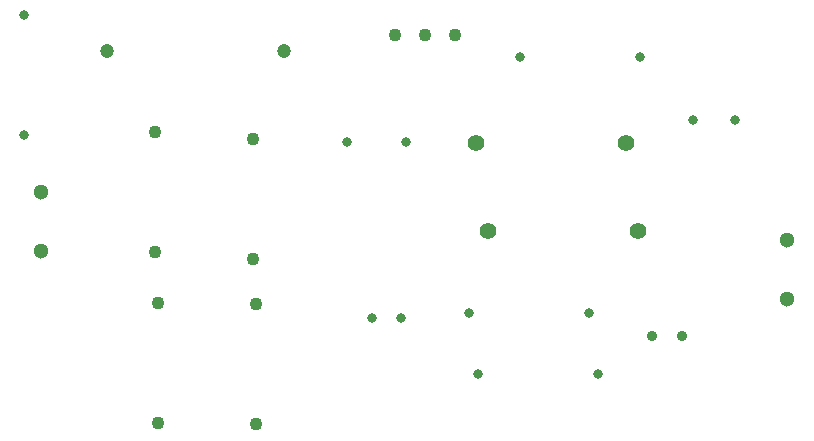
<source format=gbr>
%TF.GenerationSoftware,KiCad,Pcbnew,8.0.8*%
%TF.CreationDate,2026-02-04T08:37:52+05:30*%
%TF.ProjectId,power supply,706f7765-7220-4737-9570-706c792e6b69,rev?*%
%TF.SameCoordinates,Original*%
%TF.FileFunction,Plated,1,2,PTH,Drill*%
%TF.FilePolarity,Positive*%
%FSLAX46Y46*%
G04 Gerber Fmt 4.6, Leading zero omitted, Abs format (unit mm)*
G04 Created by KiCad (PCBNEW 8.0.8) date 2026-02-04 08:37:52*
%MOMM*%
%LPD*%
G01*
G04 APERTURE LIST*
%TA.AperFunction,ComponentDrill*%
%ADD10C,0.800000*%
%TD*%
%TA.AperFunction,ComponentDrill*%
%ADD11C,0.900000*%
%TD*%
%TA.AperFunction,ComponentDrill*%
%ADD12C,1.100000*%
%TD*%
%TA.AperFunction,ComponentDrill*%
%ADD13C,1.200000*%
%TD*%
%TA.AperFunction,ComponentDrill*%
%ADD14C,1.300000*%
%TD*%
%TA.AperFunction,ComponentDrill*%
%ADD15C,1.400000*%
%TD*%
G04 APERTURE END LIST*
D10*
%TO.C,R1*%
X88200000Y-111020000D03*
X88200000Y-121180000D03*
%TO.C,C2*%
X115500000Y-121800000D03*
%TO.C,C3*%
X117647349Y-136700000D03*
X120147349Y-136700000D03*
%TO.C,C2*%
X120500000Y-121800000D03*
%TO.C,R2*%
X125840000Y-136300000D03*
%TO.C,R3*%
X126600000Y-141400000D03*
%TO.C,R4*%
X130200000Y-114600000D03*
%TO.C,R2*%
X136000000Y-136300000D03*
%TO.C,R3*%
X136760000Y-141400000D03*
%TO.C,R4*%
X140360000Y-114600000D03*
%TO.C,C4*%
X144847349Y-119900000D03*
X148347349Y-119900000D03*
D11*
%TO.C,D7*%
X141400000Y-138200000D03*
X143940000Y-138200000D03*
D12*
%TO.C,D1*%
X99300000Y-120920000D03*
X99300000Y-131080000D03*
%TO.C,D2*%
X99500000Y-135400000D03*
X99500000Y-145560000D03*
%TO.C,D3*%
X107600000Y-121500000D03*
X107600000Y-131660000D03*
%TO.C,D4*%
X107800000Y-135500000D03*
X107800000Y-145660000D03*
%TO.C,U1*%
X119600000Y-112700000D03*
X122140000Y-112700000D03*
X124680000Y-112700000D03*
D13*
%TO.C,C1*%
X95200000Y-114100000D03*
X110200000Y-114100000D03*
D14*
%TO.C,J1*%
X89600000Y-126000000D03*
X89600000Y-131000000D03*
%TO.C,J2*%
X152800000Y-130100000D03*
X152800000Y-135100000D03*
D15*
%TO.C,D5*%
X126500000Y-121900000D03*
%TO.C,D6*%
X127450000Y-129300000D03*
%TO.C,D5*%
X139200000Y-121900000D03*
%TO.C,D6*%
X140150000Y-129300000D03*
M02*

</source>
